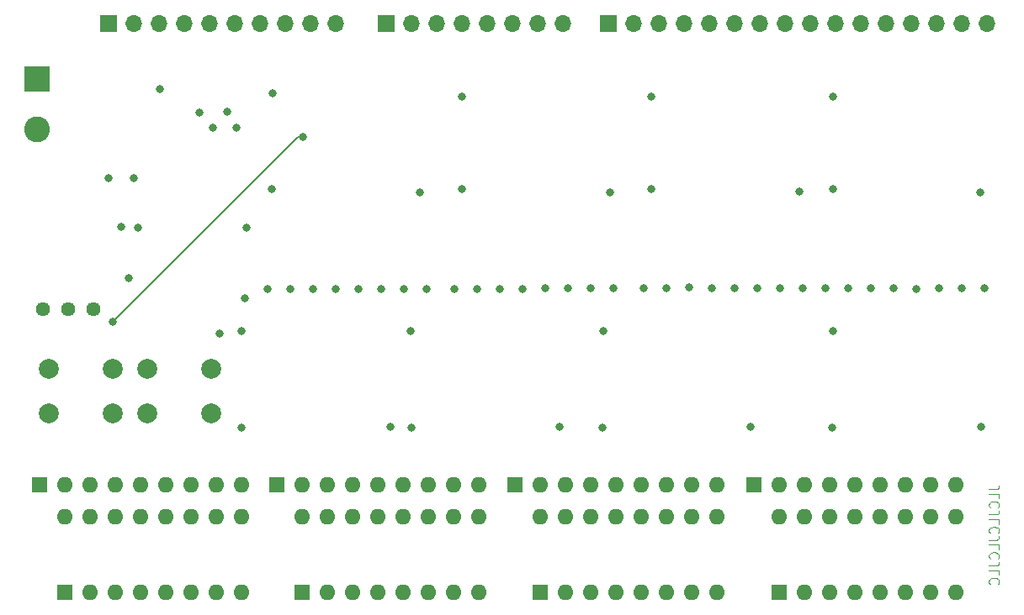
<source format=gbr>
%TF.GenerationSoftware,KiCad,Pcbnew,(6.0.0-0)*%
%TF.CreationDate,2022-03-08T07:21:28-05:00*%
%TF.ProjectId,Module-Tester,4d6f6475-6c65-42d5-9465-737465722e6b,rev?*%
%TF.SameCoordinates,Original*%
%TF.FileFunction,Copper,L4,Bot*%
%TF.FilePolarity,Positive*%
%FSLAX46Y46*%
G04 Gerber Fmt 4.6, Leading zero omitted, Abs format (unit mm)*
G04 Created by KiCad (PCBNEW (6.0.0-0)) date 2022-03-08 07:21:28*
%MOMM*%
%LPD*%
G01*
G04 APERTURE LIST*
%ADD10C,0.100000*%
%TA.AperFunction,NonConductor*%
%ADD11C,0.100000*%
%TD*%
%TA.AperFunction,ComponentPad*%
%ADD12R,1.600000X1.600000*%
%TD*%
%TA.AperFunction,ComponentPad*%
%ADD13O,1.600000X1.600000*%
%TD*%
%TA.AperFunction,ComponentPad*%
%ADD14R,1.700000X1.700000*%
%TD*%
%TA.AperFunction,ComponentPad*%
%ADD15O,1.700000X1.700000*%
%TD*%
%TA.AperFunction,ComponentPad*%
%ADD16C,2.000000*%
%TD*%
%TA.AperFunction,ComponentPad*%
%ADD17C,1.440000*%
%TD*%
%TA.AperFunction,ComponentPad*%
%ADD18R,2.600000X2.600000*%
%TD*%
%TA.AperFunction,ComponentPad*%
%ADD19C,2.600000*%
%TD*%
%TA.AperFunction,ViaPad*%
%ADD20C,0.800000*%
%TD*%
%TA.AperFunction,Conductor*%
%ADD21C,0.200000*%
%TD*%
G04 APERTURE END LIST*
D10*
D11*
X199496380Y-120462952D02*
X200210666Y-120462952D01*
X200353523Y-120415333D01*
X200448761Y-120320095D01*
X200496380Y-120177238D01*
X200496380Y-120082000D01*
X200496380Y-121415333D02*
X200496380Y-120939142D01*
X199496380Y-120939142D01*
X200401142Y-122320095D02*
X200448761Y-122272476D01*
X200496380Y-122129619D01*
X200496380Y-122034380D01*
X200448761Y-121891523D01*
X200353523Y-121796285D01*
X200258285Y-121748666D01*
X200067809Y-121701047D01*
X199924952Y-121701047D01*
X199734476Y-121748666D01*
X199639238Y-121796285D01*
X199544000Y-121891523D01*
X199496380Y-122034380D01*
X199496380Y-122129619D01*
X199544000Y-122272476D01*
X199591619Y-122320095D01*
X199496380Y-123034380D02*
X200210666Y-123034380D01*
X200353523Y-122986761D01*
X200448761Y-122891523D01*
X200496380Y-122748666D01*
X200496380Y-122653428D01*
X200496380Y-123986761D02*
X200496380Y-123510571D01*
X199496380Y-123510571D01*
X200401142Y-124891523D02*
X200448761Y-124843904D01*
X200496380Y-124701047D01*
X200496380Y-124605809D01*
X200448761Y-124462952D01*
X200353523Y-124367714D01*
X200258285Y-124320095D01*
X200067809Y-124272476D01*
X199924952Y-124272476D01*
X199734476Y-124320095D01*
X199639238Y-124367714D01*
X199544000Y-124462952D01*
X199496380Y-124605809D01*
X199496380Y-124701047D01*
X199544000Y-124843904D01*
X199591619Y-124891523D01*
X199496380Y-125605809D02*
X200210666Y-125605809D01*
X200353523Y-125558190D01*
X200448761Y-125462952D01*
X200496380Y-125320095D01*
X200496380Y-125224857D01*
X200496380Y-126558190D02*
X200496380Y-126082000D01*
X199496380Y-126082000D01*
X200401142Y-127462952D02*
X200448761Y-127415333D01*
X200496380Y-127272476D01*
X200496380Y-127177238D01*
X200448761Y-127034380D01*
X200353523Y-126939142D01*
X200258285Y-126891523D01*
X200067809Y-126843904D01*
X199924952Y-126843904D01*
X199734476Y-126891523D01*
X199639238Y-126939142D01*
X199544000Y-127034380D01*
X199496380Y-127177238D01*
X199496380Y-127272476D01*
X199544000Y-127415333D01*
X199591619Y-127462952D01*
X199496380Y-128177238D02*
X200210666Y-128177238D01*
X200353523Y-128129619D01*
X200448761Y-128034380D01*
X200496380Y-127891523D01*
X200496380Y-127796285D01*
X200496380Y-129129619D02*
X200496380Y-128653428D01*
X199496380Y-128653428D01*
X200401142Y-130034380D02*
X200448761Y-129986761D01*
X200496380Y-129843904D01*
X200496380Y-129748666D01*
X200448761Y-129605809D01*
X200353523Y-129510571D01*
X200258285Y-129462952D01*
X200067809Y-129415333D01*
X199924952Y-129415333D01*
X199734476Y-129462952D01*
X199639238Y-129510571D01*
X199544000Y-129605809D01*
X199496380Y-129748666D01*
X199496380Y-129843904D01*
X199544000Y-129986761D01*
X199591619Y-130034380D01*
D12*
%TO.P,RN3,1,common*%
%TO.N,VCC*%
X175874000Y-120002000D03*
D13*
%TO.P,RN3,2,R1*%
%TO.N,/S23*%
X178414000Y-120002000D03*
%TO.P,RN3,3,R2*%
%TO.N,/S22*%
X180954000Y-120002000D03*
%TO.P,RN3,4,R3*%
%TO.N,/S21*%
X183494000Y-120002000D03*
%TO.P,RN3,5,R4*%
%TO.N,/S20*%
X186034000Y-120002000D03*
%TO.P,RN3,6,R5*%
%TO.N,/S19*%
X188574000Y-120002000D03*
%TO.P,RN3,7,R6*%
%TO.N,/S18*%
X191114000Y-120002000D03*
%TO.P,RN3,8,R7*%
%TO.N,/S17*%
X193654000Y-120002000D03*
%TO.P,RN3,9,R8*%
%TO.N,/S16*%
X196194000Y-120002000D03*
%TD*%
D14*
%TO.P,J3,1,Pin_1*%
%TO.N,D7*%
X138830000Y-73520000D03*
D15*
%TO.P,J3,2,Pin_2*%
%TO.N,D6*%
X141370000Y-73520000D03*
%TO.P,J3,3,Pin_3*%
%TO.N,D5*%
X143910000Y-73520000D03*
%TO.P,J3,4,Pin_4*%
%TO.N,D4*%
X146450000Y-73520000D03*
%TO.P,J3,5,Pin_5*%
%TO.N,D3*%
X148990000Y-73520000D03*
%TO.P,J3,6,Pin_6*%
%TO.N,D2*%
X151530000Y-73520000D03*
%TO.P,J3,7,Pin_7*%
%TO.N,D1*%
X154070000Y-73520000D03*
%TO.P,J3,8,Pin_8*%
%TO.N,D0*%
X156610000Y-73520000D03*
%TD*%
D12*
%TO.P,SW4,1*%
%TO.N,GND*%
X154299000Y-130881500D03*
D13*
%TO.P,SW4,2*%
X156839000Y-130881500D03*
%TO.P,SW4,3*%
X159379000Y-130881500D03*
%TO.P,SW4,4*%
X161919000Y-130881500D03*
%TO.P,SW4,5*%
X164459000Y-130881500D03*
%TO.P,SW4,6*%
X166999000Y-130881500D03*
%TO.P,SW4,7*%
X169539000Y-130881500D03*
%TO.P,SW4,8*%
X172079000Y-130881500D03*
%TO.P,SW4,9*%
%TO.N,/S24*%
X172079000Y-123261500D03*
%TO.P,SW4,10*%
%TO.N,/S25*%
X169539000Y-123261500D03*
%TO.P,SW4,11*%
%TO.N,/S26*%
X166999000Y-123261500D03*
%TO.P,SW4,12*%
%TO.N,/S27*%
X164459000Y-123261500D03*
%TO.P,SW4,13*%
%TO.N,/S28*%
X161919000Y-123261500D03*
%TO.P,SW4,14*%
%TO.N,/S29*%
X159379000Y-123261500D03*
%TO.P,SW4,15*%
%TO.N,/S30*%
X156839000Y-123261500D03*
%TO.P,SW4,16*%
%TO.N,/S31*%
X154299000Y-123261500D03*
%TD*%
D12*
%TO.P,SW1,1*%
%TO.N,GND*%
X106522000Y-130881500D03*
D13*
%TO.P,SW1,2*%
X109062000Y-130881500D03*
%TO.P,SW1,3*%
X111602000Y-130881500D03*
%TO.P,SW1,4*%
X114142000Y-130881500D03*
%TO.P,SW1,5*%
X116682000Y-130881500D03*
%TO.P,SW1,6*%
X119222000Y-130881500D03*
%TO.P,SW1,7*%
X121762000Y-130881500D03*
%TO.P,SW1,8*%
X124302000Y-130881500D03*
%TO.P,SW1,9*%
%TO.N,/S0*%
X124302000Y-123261500D03*
%TO.P,SW1,10*%
%TO.N,/S1*%
X121762000Y-123261500D03*
%TO.P,SW1,11*%
%TO.N,/S2*%
X119222000Y-123261500D03*
%TO.P,SW1,12*%
%TO.N,/S3*%
X116682000Y-123261500D03*
%TO.P,SW1,13*%
%TO.N,/S4*%
X114142000Y-123261500D03*
%TO.P,SW1,14*%
%TO.N,/S5*%
X111602000Y-123261500D03*
%TO.P,SW1,15*%
%TO.N,/S6*%
X109062000Y-123261500D03*
%TO.P,SW1,16*%
%TO.N,/S7*%
X106522000Y-123261500D03*
%TD*%
D16*
%TO.P,SW6,1,1*%
%TO.N,GND*%
X121252000Y-108354000D03*
X114752000Y-108354000D03*
%TO.P,SW6,2,2*%
%TO.N,Net-(R36-Pad2)*%
X114752000Y-112854000D03*
X121252000Y-112854000D03*
%TD*%
%TO.P,SW5,1,A*%
%TO.N,GND*%
X111346000Y-108354000D03*
X104846000Y-108354000D03*
%TO.P,SW5,2,B*%
%TO.N,~{OE}*%
X111346000Y-112854000D03*
X104846000Y-112854000D03*
%TD*%
D12*
%TO.P,SW3,1*%
%TO.N,GND*%
X178389000Y-130881500D03*
D13*
%TO.P,SW3,2*%
X180929000Y-130881500D03*
%TO.P,SW3,3*%
X183469000Y-130881500D03*
%TO.P,SW3,4*%
X186009000Y-130881500D03*
%TO.P,SW3,5*%
X188549000Y-130881500D03*
%TO.P,SW3,6*%
X191089000Y-130881500D03*
%TO.P,SW3,7*%
X193629000Y-130881500D03*
%TO.P,SW3,8*%
X196169000Y-130881500D03*
%TO.P,SW3,9*%
%TO.N,/S16*%
X196169000Y-123261500D03*
%TO.P,SW3,10*%
%TO.N,/S17*%
X193629000Y-123261500D03*
%TO.P,SW3,11*%
%TO.N,/S18*%
X191089000Y-123261500D03*
%TO.P,SW3,12*%
%TO.N,/S19*%
X188549000Y-123261500D03*
%TO.P,SW3,13*%
%TO.N,/S20*%
X186009000Y-123261500D03*
%TO.P,SW3,14*%
%TO.N,/S21*%
X183469000Y-123261500D03*
%TO.P,SW3,15*%
%TO.N,/S22*%
X180929000Y-123261500D03*
%TO.P,SW3,16*%
%TO.N,/S23*%
X178389000Y-123261500D03*
%TD*%
D17*
%TO.P,RV1,1,1*%
%TO.N,Net-(RV1-Pad1)*%
X104301000Y-102297000D03*
%TO.P,RV1,2,2*%
%TO.N,VCC*%
X106841000Y-102297000D03*
%TO.P,RV1,3,3*%
%TO.N,unconnected-(RV1-Pad3)*%
X109381000Y-102297000D03*
%TD*%
D18*
%TO.P,J1,1,Pin_1*%
%TO.N,VCC*%
X103727000Y-79103000D03*
D19*
%TO.P,J1,2,Pin_2*%
%TO.N,GND*%
X103727000Y-84183000D03*
%TD*%
D14*
%TO.P,J2,1,Pin_1*%
%TO.N,~{CLOCK}*%
X110890000Y-73520000D03*
D15*
%TO.P,J2,2,Pin_2*%
%TO.N,CLOCK*%
X113430000Y-73520000D03*
%TO.P,J2,3,Pin_3*%
%TO.N,CTL7*%
X115970000Y-73520000D03*
%TO.P,J2,4,Pin_4*%
%TO.N,CTL6*%
X118510000Y-73520000D03*
%TO.P,J2,5,Pin_5*%
%TO.N,CTL5*%
X121050000Y-73520000D03*
%TO.P,J2,6,Pin_6*%
%TO.N,CTL4*%
X123590000Y-73520000D03*
%TO.P,J2,7,Pin_7*%
%TO.N,CTL3*%
X126130000Y-73520000D03*
%TO.P,J2,8,Pin_8*%
%TO.N,CTL2*%
X128670000Y-73520000D03*
%TO.P,J2,9,Pin_9*%
%TO.N,CTL1*%
X131210000Y-73520000D03*
%TO.P,J2,10,Pin_10*%
%TO.N,CTL0*%
X133750000Y-73520000D03*
%TD*%
D12*
%TO.P,RN1,1,common*%
%TO.N,VCC*%
X103992000Y-120002000D03*
D13*
%TO.P,RN1,2,R1*%
%TO.N,/S7*%
X106532000Y-120002000D03*
%TO.P,RN1,3,R2*%
%TO.N,/S6*%
X109072000Y-120002000D03*
%TO.P,RN1,4,R3*%
%TO.N,/S5*%
X111612000Y-120002000D03*
%TO.P,RN1,5,R4*%
%TO.N,/S4*%
X114152000Y-120002000D03*
%TO.P,RN1,6,R5*%
%TO.N,/S3*%
X116692000Y-120002000D03*
%TO.P,RN1,7,R6*%
%TO.N,/S2*%
X119232000Y-120002000D03*
%TO.P,RN1,8,R7*%
%TO.N,/S1*%
X121772000Y-120002000D03*
%TO.P,RN1,9,R8*%
%TO.N,/S0*%
X124312000Y-120002000D03*
%TD*%
D12*
%TO.P,RN2,1,common*%
%TO.N,VCC*%
X127868000Y-120002000D03*
D13*
%TO.P,RN2,2,R1*%
%TO.N,/S15*%
X130408000Y-120002000D03*
%TO.P,RN2,3,R2*%
%TO.N,/S14*%
X132948000Y-120002000D03*
%TO.P,RN2,4,R3*%
%TO.N,/S13*%
X135488000Y-120002000D03*
%TO.P,RN2,5,R4*%
%TO.N,/S12*%
X138028000Y-120002000D03*
%TO.P,RN2,6,R5*%
%TO.N,/S11*%
X140568000Y-120002000D03*
%TO.P,RN2,7,R6*%
%TO.N,/S10*%
X143108000Y-120002000D03*
%TO.P,RN2,8,R7*%
%TO.N,/S9*%
X145648000Y-120002000D03*
%TO.P,RN2,9,R8*%
%TO.N,/S8*%
X148188000Y-120002000D03*
%TD*%
D12*
%TO.P,SW2,1*%
%TO.N,GND*%
X130398000Y-130881500D03*
D13*
%TO.P,SW2,2*%
X132938000Y-130881500D03*
%TO.P,SW2,3*%
X135478000Y-130881500D03*
%TO.P,SW2,4*%
X138018000Y-130881500D03*
%TO.P,SW2,5*%
X140558000Y-130881500D03*
%TO.P,SW2,6*%
X143098000Y-130881500D03*
%TO.P,SW2,7*%
X145638000Y-130881500D03*
%TO.P,SW2,8*%
X148178000Y-130881500D03*
%TO.P,SW2,9*%
%TO.N,/S8*%
X148178000Y-123261500D03*
%TO.P,SW2,10*%
%TO.N,/S9*%
X145638000Y-123261500D03*
%TO.P,SW2,11*%
%TO.N,/S10*%
X143098000Y-123261500D03*
%TO.P,SW2,12*%
%TO.N,/S11*%
X140558000Y-123261500D03*
%TO.P,SW2,13*%
%TO.N,/S12*%
X138018000Y-123261500D03*
%TO.P,SW2,14*%
%TO.N,/S13*%
X135478000Y-123261500D03*
%TO.P,SW2,15*%
%TO.N,/S14*%
X132938000Y-123261500D03*
%TO.P,SW2,16*%
%TO.N,/S15*%
X130398000Y-123261500D03*
%TD*%
D14*
%TO.P,J4,1,Pin_1*%
%TO.N,A15*%
X161182000Y-73520000D03*
D15*
%TO.P,J4,2,Pin_2*%
%TO.N,A14*%
X163722000Y-73520000D03*
%TO.P,J4,3,Pin_3*%
%TO.N,A13*%
X166262000Y-73520000D03*
%TO.P,J4,4,Pin_4*%
%TO.N,A12*%
X168802000Y-73520000D03*
%TO.P,J4,5,Pin_5*%
%TO.N,A11*%
X171342000Y-73520000D03*
%TO.P,J4,6,Pin_6*%
%TO.N,A10*%
X173882000Y-73520000D03*
%TO.P,J4,7,Pin_7*%
%TO.N,A9*%
X176422000Y-73520000D03*
%TO.P,J4,8,Pin_8*%
%TO.N,A8*%
X178962000Y-73520000D03*
%TO.P,J4,9,Pin_9*%
%TO.N,A7*%
X181502000Y-73520000D03*
%TO.P,J4,10,Pin_10*%
%TO.N,A6*%
X184042000Y-73520000D03*
%TO.P,J4,11,Pin_11*%
%TO.N,A5*%
X186582000Y-73520000D03*
%TO.P,J4,12,Pin_12*%
%TO.N,A4*%
X189122000Y-73520000D03*
%TO.P,J4,13,Pin_13*%
%TO.N,A3*%
X191662000Y-73520000D03*
%TO.P,J4,14,Pin_14*%
%TO.N,A2*%
X194202000Y-73520000D03*
%TO.P,J4,15,Pin_15*%
%TO.N,A1*%
X196742000Y-73520000D03*
%TO.P,J4,16,Pin_16*%
%TO.N,A0*%
X199282000Y-73520000D03*
%TD*%
D12*
%TO.P,RN4,1,common*%
%TO.N,VCC*%
X151759000Y-120002000D03*
D13*
%TO.P,RN4,2,R1*%
%TO.N,/S31*%
X154299000Y-120002000D03*
%TO.P,RN4,3,R2*%
%TO.N,/S30*%
X156839000Y-120002000D03*
%TO.P,RN4,4,R3*%
%TO.N,/S29*%
X159379000Y-120002000D03*
%TO.P,RN4,5,R4*%
%TO.N,/S28*%
X161919000Y-120002000D03*
%TO.P,RN4,6,R5*%
%TO.N,/S27*%
X164459000Y-120002000D03*
%TO.P,RN4,7,R6*%
%TO.N,/S26*%
X166999000Y-120002000D03*
%TO.P,RN4,8,R7*%
%TO.N,/S25*%
X169539000Y-120002000D03*
%TO.P,RN4,9,R8*%
%TO.N,/S24*%
X172079000Y-120002000D03*
%TD*%
D20*
%TO.N,VCC*%
X146443000Y-90248000D03*
X183773000Y-104528000D03*
X146423000Y-80948000D03*
X127374000Y-80568000D03*
X112922000Y-99174000D03*
X122066000Y-104762000D03*
X116074000Y-80138000D03*
X165493000Y-90248000D03*
X183773000Y-90218000D03*
X160654000Y-104558000D03*
X183753000Y-80938000D03*
X124313000Y-104548000D03*
X165513000Y-80938000D03*
X141323000Y-104578000D03*
X113824000Y-94098000D03*
X127363000Y-90228000D03*
%TO.N,GND*%
X169304000Y-100178000D03*
X141335000Y-114238000D03*
X199024000Y-100248000D03*
X136044000Y-100308000D03*
X192164000Y-100268000D03*
X129174000Y-100318000D03*
X178484000Y-100258000D03*
X183745000Y-114238000D03*
X147974000Y-100288000D03*
X140608000Y-100298000D03*
X157124000Y-100248000D03*
X124744000Y-94088000D03*
X164734000Y-100218000D03*
X126884000Y-100328000D03*
X167024000Y-100218000D03*
X139244000Y-114168000D03*
X120054000Y-82498000D03*
X133754000Y-100318000D03*
X124606000Y-101206000D03*
X185314000Y-100238000D03*
X145688000Y-100298000D03*
X112194000Y-94078000D03*
X183004000Y-100228000D03*
X173884000Y-100248000D03*
X171604000Y-100188000D03*
X180374000Y-90498000D03*
X180734000Y-100258000D03*
X124284000Y-114248000D03*
X121354000Y-84018000D03*
X198674000Y-114178000D03*
X138334000Y-100308000D03*
X196744000Y-100228000D03*
X113434000Y-89098000D03*
X152574000Y-100308000D03*
X131474000Y-100298000D03*
X123764000Y-84028000D03*
X198634000Y-90568000D03*
X142904000Y-100298000D03*
X176184000Y-100228000D03*
X175514000Y-114208000D03*
X160595000Y-114248000D03*
X189884000Y-100258000D03*
X161324000Y-90548000D03*
X110924000Y-89128000D03*
X187584000Y-100248000D03*
X154824000Y-100228000D03*
X194444000Y-100258000D03*
X159414000Y-100228000D03*
X150274000Y-100288000D03*
X156244000Y-114178000D03*
X161694000Y-100218000D03*
X142264000Y-90588000D03*
X122814000Y-82428000D03*
%TO.N,~{OE}*%
X130448000Y-84950000D03*
X111318000Y-103572000D03*
%TD*%
D21*
%TO.N,~{OE}*%
X129940000Y-84950000D02*
X130448000Y-84950000D01*
X111318000Y-103572000D02*
X129940000Y-84950000D01*
%TD*%
M02*

</source>
